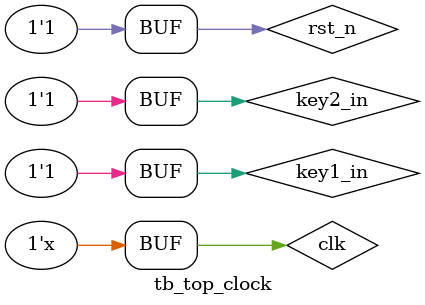
<source format=v>
`timescale 1ns / 1ps
module tb_top_clock();
reg clk;
reg rst_n;
reg key1_in,key2_in;
wire cs_n,sclk,mosi;
always #10 clk=~clk;
initial begin
    clk=1'b0;
    rst_n=1'b0;
    key1_in=1'b1;
    key2_in=1'b1;
    #20 rst_n=1'b1;
    #30 key1_in=1'b0;//抖动
    #40 key1_in=1'b1;
    #40 key1_in=1'b0;//开始秒表
    #3000 key1_in=1'b1;
    #30000000 key1_in=1'b0;//等30ms,暂停秒表
    #3000 key1_in=1'b1;
    #20 key2_in=1'b0;//归零
    #3000 key2_in=1'b1;
end
top_clock u_top_clock(
    .clk(clk),          // 50MHz系统时钟
    .rst_n(rst_n),            // 复位按键
    .key1_in(key1_in),
    .key2_in(key2_in),
    // MAX7219接口
    .cs_n(cs_n),
    .sclk(sclk),
    .mosi(mosi)
);
endmodule

</source>
